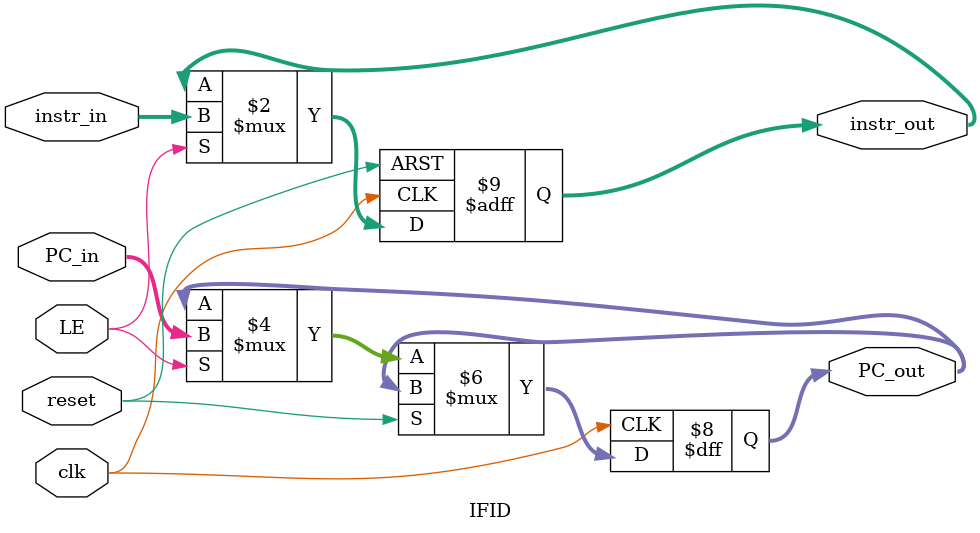
<source format=v>
module IFID (output reg [31:0] PC_out, instr_out, input [31:0] PC_in, instr_in, input clk, reset, LE);
always @(posedge clk, posedge reset) begin
    if (reset)
        instr_out <= 0; //Control hazard handling reset
    else if (LE) begin //LE is used to stall when load hazard is asserted from the Haz/Forw Unit
        PC_out <= PC_in;
        instr_out <= instr_in;
    end
end
endmodule
</source>
